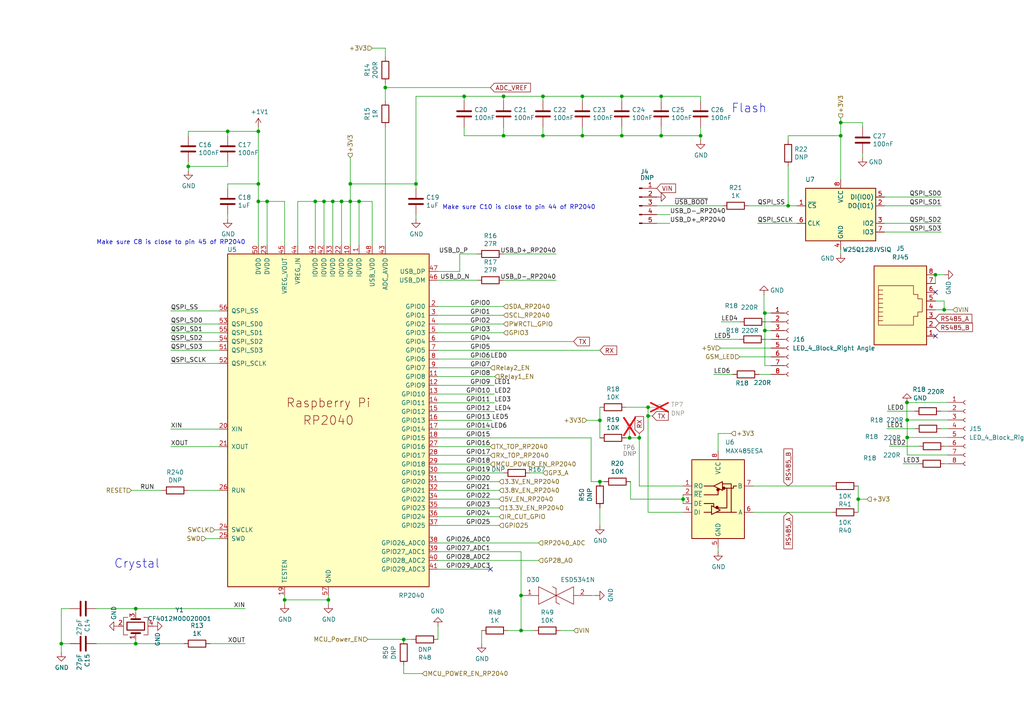
<source format=kicad_sch>
(kicad_sch (version 20231120) (generator "eeschema") (generator_version "8.0")
  (paper "A4")
  (lib_symbols
    (symbol "Connector:Conn_01x05_Male" (pin_names (offset 1.016) hide)
      (property "Reference" "J" (at 0 7.62 0))
      (property "Value" "Conn_01x05_Male" (at 0 -7.62 0))
      (symbol "Conn_01x05_Male_1_1"
        (pin passive line (at 5.08 5.08 180) (length 3.81) (name "Pin_1") (number "1"))
        (pin passive line (at 5.08 2.54 180) (length 3.81) (name "Pin_2") (number "2"))
        (pin passive line (at 5.08 0 180) (length 3.81) (name "Pin_3") (number "3"))
        (pin passive line (at 5.08 -2.54 180) (length 3.81) (name "Pin_4") (number "4"))
        (pin passive line (at 5.08 -5.08 180) (length 3.81) (name "Pin_5") (number "5"))
      )
    )
    (symbol "Connector:Conn_01x08_Socket" (pin_names (offset 1.016) hide)
      (property "Reference" "J" (at 0 10.16 0))
      (property "Value" "Conn_01x08_Socket" (at 0 -12.7 0))
      (symbol "Conn_01x08_Socket_1_1"
        (pin passive line (at -5.08 7.62 0) (length 3.81) (name "Pin_1") (number "1"))
        (pin passive line (at -5.08 5.08 0) (length 3.81) (name "Pin_2") (number "2"))
        (pin passive line (at -5.08 2.54 0) (length 3.81) (name "Pin_3") (number "3"))
        (pin passive line (at -5.08 0 0) (length 3.81) (name "Pin_4") (number "4"))
        (pin passive line (at -5.08 -2.54 0) (length 3.81) (name "Pin_5") (number "5"))
        (pin passive line (at -5.08 -5.08 0) (length 3.81) (name "Pin_6") (number "6"))
        (pin passive line (at -5.08 -7.62 0) (length 3.81) (name "Pin_7") (number "7"))
        (pin passive line (at -5.08 -10.16 0) (length 3.81) (name "Pin_8") (number "8"))
      )
    )
    (symbol "Connector:RJ45" (pin_names (offset 1.016))
      (property "Reference" "J" (at -5.08 13.97 0))
      (property "Value" "RJ45" (at 2.54 13.97 0))
      (symbol "RJ45_1_1"
        (pin passive line (at 10.16 -7.62 180) (length 2.54) (name "~") (number "1"))
        (pin passive line (at 10.16 -5.08 180) (length 2.54) (name "~") (number "2"))
        (pin passive line (at 10.16 -2.54 180) (length 2.54) (name "~") (number "3"))
        (pin passive line (at 10.16 0 180) (length 2.54) (name "~") (number "4"))
        (pin passive line (at 10.16 2.54 180) (length 2.54) (name "~") (number "5"))
        (pin passive line (at 10.16 5.08 180) (length 2.54) (name "~") (number "6"))
        (pin passive line (at 10.16 7.62 180) (length 2.54) (name "~") (number "7"))
        (pin passive line (at 10.16 10.16 180) (length 2.54) (name "~") (number "8"))
      )
    )
    (symbol "Connector:TestPoint" (pin_numbers hide) (pin_names (offset 0.762) hide)
      (property "Reference" "TP" (at 0 6.858 0))
      (property "Value" "TestPoint" (at 0 5.08 0))
      (symbol "TestPoint_1_1"
        (pin passive line (at 0 0 90) (length 2.54) (name "1") (number "1"))
      )
    )
    (symbol "Device:C" (pin_numbers hide) (pin_names (offset 0.254))
      (property "Reference" "C" (at 0.635 2.54 0))
      (property "Value" "C" (at 0.635 -2.54 0))
      (symbol "C_1_1"
        (pin passive line (at 0 3.81 270) (length 2.794) (name "~") (number "1"))
        (pin passive line (at 0 -3.81 90) (length 2.794) (name "~") (number "2"))
      )
    )
    (symbol "Device:Crystal_GND24" (pin_names (offset 1.016) hide)
      (property "Reference" "Y" (at 3.175 5.08 0))
      (property "Value" "Crystal_GND24" (at 3.175 3.175 0))
      (symbol "Crystal_GND24_1_1"
        (pin passive line (at -3.81 0 0) (length 1.27) (name "1") (number "1"))
        (pin passive line (at 0 5.08 270) (length 1.27) (name "2") (number "2"))
        (pin passive line (at 3.81 0 180) (length 1.27) (name "3") (number "3"))
        (pin passive line (at 0 -5.08 90) (length 1.27) (name "4") (number "4"))
      )
    )
    (symbol "Device:R" (pin_numbers hide) (pin_names (offset 0))
      (property "Reference" "R" (at 2.032 0 90))
      (property "Value" "R" (at 0 0 90))
      (symbol "R_1_1"
        (pin passive line (at 0 3.81 270) (length 1.27) (name "~") (number "1"))
        (pin passive line (at 0 -3.81 90) (length 1.27) (name "~") (number "2"))
      )
    )
    (symbol "Interface_UART:MAX485E"
      (property "Reference" "U" (at -6.096 11.43 0))
      (property "Value" "MAX485E" (at 0.762 11.43 0))
      (symbol "MAX485E_1_1"
        (pin output line (at -10.16 2.54 0) (length 2.54) (name "RO") (number "1"))
        (pin input line (at -10.16 0 0) (length 2.54) (name "~{RE}") (number "2"))
        (pin input line (at -10.16 -2.54 0) (length 2.54) (name "DE") (number "3"))
        (pin input line (at -10.16 -5.08 0) (length 2.54) (name "DI") (number "4"))
        (pin power_in line (at 0 -15.24 90) (length 2.54) (name "GND") (number "5"))
        (pin bidirectional line (at 10.16 -5.08 180) (length 2.54) (name "A") (number "6"))
        (pin bidirectional line (at 10.16 2.54 180) (length 2.54) (name "B") (number "7"))
        (pin power_in line (at 0 12.7 270) (length 2.54) (name "VCC") (number "8"))
      )
    )
    (symbol "MCU_RaspberryPi_RP2040:RP2040" (pin_names (offset 1.016))
      (property "Reference" "U" (at -29.21 49.53 0))
      (property "Value" "RP2040" (at 24.13 -49.53 0))
      (symbol "RP2040_0_0"
        (text "Raspberry Pi" (at 0 5.08 0) (effects (font (size 2.54 2.54))))
        (text "RP2040" (at 0 0 0) (effects (font (size 2.54 2.54))))
      )
      (symbol "RP2040_1_1"
        (pin power_in line (at 8.89 50.8 270) (length 2.54) (name "IOVDD") (number "1"))
        (pin power_in line (at 6.35 50.8 270) (length 2.54) (name "IOVDD") (number "10"))
        (pin bidirectional line (at 31.75 12.7 180) (length 2.54) (name "GPIO8") (number "11"))
        (pin bidirectional line (at 31.75 10.16 180) (length 2.54) (name "GPIO9") (number "12"))
        (pin bidirectional line (at 31.75 7.62 180) (length 2.54) (name "GPIO10") (number "13"))
        (pin bidirectional line (at 31.75 5.08 180) (length 2.54) (name "GPIO11") (number "14"))
        (pin bidirectional line (at 31.75 2.54 180) (length 2.54) (name "GPIO12") (number "15"))
        (pin bidirectional line (at 31.75 0 180) (length 2.54) (name "GPIO13") (number "16"))
        (pin bidirectional line (at 31.75 -2.54 180) (length 2.54) (name "GPIO14") (number "17"))
        (pin bidirectional line (at 31.75 -5.08 180) (length 2.54) (name "GPIO15") (number "18"))
        (pin passive line (at -12.7 -50.8 90) (length 2.54) (name "TESTEN") (number "19"))
        (pin bidirectional line (at 31.75 33.02 180) (length 2.54) (name "GPIO0") (number "2"))
        (pin input line (at -31.75 -2.54 0) (length 2.54) (name "XIN") (number "20"))
        (pin passive line (at -31.75 -7.62 0) (length 2.54) (name "XOUT") (number "21"))
        (pin power_in line (at 3.81 50.8 270) (length 2.54) (name "IOVDD") (number "22"))
        (pin power_in line (at -17.78 50.8 270) (length 2.54) (name "DVDD") (number "23"))
        (pin output line (at -31.75 -31.75 0) (length 2.54) (name "SWCLK") (number "24"))
        (pin bidirectional line (at -31.75 -34.29 0) (length 2.54) (name "SWD") (number "25"))
        (pin input line (at -31.75 -20.32 0) (length 2.54) (name "RUN") (number "26"))
        (pin bidirectional line (at 31.75 -7.62 180) (length 2.54) (name "GPIO16") (number "27"))
        (pin bidirectional line (at 31.75 -10.16 180) (length 2.54) (name "GPIO17") (number "28"))
        (pin bidirectional line (at 31.75 -12.7 180) (length 2.54) (name "GPIO18") (number "29"))
        (pin bidirectional line (at 31.75 30.48 180) (length 2.54) (name "GPIO1") (number "3"))
        (pin bidirectional line (at 31.75 -15.24 180) (length 2.54) (name "GPIO19") (number "30"))
        (pin bidirectional line (at 31.75 -17.78 180) (length 2.54) (name "GPIO20") (number "31"))
        (pin bidirectional line (at 31.75 -20.32 180) (length 2.54) (name "GPIO21") (number "32"))
        (pin power_in line (at 1.27 50.8 270) (length 2.54) (name "IOVDD") (number "33"))
        (pin bidirectional line (at 31.75 -22.86 180) (length 2.54) (name "GPIO22") (number "34"))
        (pin bidirectional line (at 31.75 -25.4 180) (length 2.54) (name "GPIO23") (number "35"))
        (pin bidirectional line (at 31.75 -27.94 180) (length 2.54) (name "GPIO24") (number "36"))
        (pin bidirectional line (at 31.75 -30.48 180) (length 2.54) (name "GPIO25") (number "37"))
        (pin bidirectional line (at 31.75 -35.56 180) (length 2.54) (name "GPIO26_ADC0") (number "38"))
        (pin bidirectional line (at 31.75 -38.1 180) (length 2.54) (name "GPIO27_ADC1") (number "39"))
        (pin bidirectional line (at 31.75 27.94 180) (length 2.54) (name "GPIO2") (number "4"))
        (pin bidirectional line (at 31.75 -40.64 180) (length 2.54) (name "GPIO28_ADC2") (number "40"))
        (pin bidirectional line (at 31.75 -43.18 180) (length 2.54) (name "GPIO29_ADC3") (number "41"))
        (pin power_in line (at -1.27 50.8 270) (length 2.54) (name "IOVDD") (number "42"))
        (pin power_in line (at 16.51 50.8 270) (length 2.54) (name "ADC_AVDD") (number "43"))
        (pin power_in line (at -8.89 50.8 270) (length 2.54) (name "VREG_IN") (number "44"))
        (pin power_out line (at -12.7 50.8 270) (length 2.54) (name "VREG_VOUT") (number "45"))
        (pin bidirectional line (at 31.75 40.64 180) (length 2.54) (name "USB_DM") (number "46"))
        (pin bidirectional line (at 31.75 43.18 180) (length 2.54) (name "USB_DP") (number "47"))
        (pin power_in line (at 12.7 50.8 270) (length 2.54) (name "USB_VDD") (number "48"))
        (pin power_in line (at -3.81 50.8 270) (length 2.54) (name "IOVDD") (number "49"))
        (pin bidirectional line (at 31.75 25.4 180) (length 2.54) (name "GPIO3") (number "5"))
        (pin power_in line (at -20.32 50.8 270) (length 2.54) (name "DVDD") (number "50"))
        (pin bidirectional line (at -31.75 20.32 0) (length 2.54) (name "QSPI_SD3") (number "51"))
        (pin output line (at -31.75 16.51 0) (length 2.54) (name "QSPI_SCLK") (number "52"))
        (pin bidirectional line (at -31.75 27.94 0) (length 2.54) (name "QSPI_SD0") (number "53"))
        (pin bidirectional line (at -31.75 22.86 0) (length 2.54) (name "QSPI_SD2") (number "54"))
        (pin bidirectional line (at -31.75 25.4 0) (length 2.54) (name "QSPI_SD1") (number "55"))
        (pin bidirectional line (at -31.75 31.75 0) (length 2.54) (name "QSPI_SS") (number "56"))
        (pin power_in line (at 0 -50.8 90) (length 2.54) (name "GND") (number "57"))
        (pin bidirectional line (at 31.75 22.86 180) (length 2.54) (name "GPIO4") (number "6"))
        (pin bidirectional line (at 31.75 20.32 180) (length 2.54) (name "GPIO5") (number "7"))
        (pin bidirectional line (at 31.75 17.78 180) (length 2.54) (name "GPIO6") (number "8"))
        (pin bidirectional line (at 31.75 15.24 180) (length 2.54) (name "GPIO7") (number "9"))
      )
    )
    (symbol "Memory_Flash:W25Q128JVS"
      (property "Reference" "U" (at -8.89 8.89 0))
      (property "Value" "W25Q128JVS" (at 7.62 8.89 0))
      (symbol "W25Q128JVS_1_1"
        (pin input line (at -12.7 2.54 0) (length 2.54) (name "~{CS}") (number "1"))
        (pin bidirectional line (at 12.7 2.54 180) (length 2.54) (name "DO(IO1)") (number "2"))
        (pin bidirectional line (at 12.7 -2.54 180) (length 2.54) (name "IO2") (number "3"))
        (pin power_in line (at 0 -10.16 90) (length 2.54) (name "GND") (number "4"))
        (pin bidirectional line (at 12.7 5.08 180) (length 2.54) (name "DI(IO0)") (number "5"))
        (pin input line (at -12.7 -2.54 0) (length 2.54) (name "CLK") (number "6"))
        (pin bidirectional line (at 12.7 -5.08 180) (length 2.54) (name "IO3") (number "7"))
        (pin power_in line (at 0 10.16 270) (length 2.54) (name "VCC") (number "8"))
      )
    )
    (symbol "SP0402B-ULC-01ETG:SP0402B-ULC-01ETG" (pin_names (offset 0.762))
      (property "Reference" "D" (at 12.7 8.89 0))
      (property "Value" "SP0402B-ULC-01ETG" (at 12.7 6.35 0))
      (symbol "SP0402B-ULC-01ETG_0_0"
        (pin passive line (at 0 0 0) (length 5.08) (name "~") (number "1"))
        (pin passive line (at 20.32 0 180) (length 5.08) (name "~") (number "2"))
      )
    )
    (symbol "power:+1V1" (power) (pin_names (offset 0))
      (property "Value" "+1V1" (at 0 3.556 0))
      (symbol "+1V1_1_1"
        (pin power_in line (at 0 0 90) (length 0) hide (name "+1V1") (number "1"))
      )
    )
    (symbol "power:GND" (power) (pin_names (offset 0))
      (property "Value" "GND" (at 0 -3.81 0))
      (symbol "GND_1_1"
        (pin power_in line (at 0 0 270) (length 0) hide (name "GND") (number "1"))
      )
    )
  )
  (junction (at 111.76 25.4))
  (junction (at 54.61 48.26))
  (junction (at 221.8396 90.8043))
  (junction (at 271.3007 79.6916))
  (junction (at 39.37 186.69))
  (junction (at 151.13 182.88))
  (junction (at 180.34 27.94))
  (junction (at 117.1006 185.4727))
  (junction (at 101.6 58.42))
  (junction (at 263.1254 126.8876))
  (junction (at 273.8407 89.8516))
  (junction (at 95.25 173.99))
  (junction (at 74.93 58.42))
  (junction (at 180.34 39.37))
  (junction (at 151.13 172.72))
  (junction (at 221.8396 95.8843))
  (junction (at 263.1254 121.8163))
  (junction (at 17.78 186.69))
  (junction (at 173.99 139.7))
  (junction (at 263.0568 116.7363))
  (junction (at 104.14 58.42))
  (junction (at 187.96 120.65))
  (junction (at 248.92 144.78))
  (junction (at 39.37 176.53))
  (junction (at 93.98 58.42))
  (junction (at 96.52 58.42))
  (junction (at 82.55 173.99))
  (junction (at 74.93 38.1))
  (junction (at 91.44 58.42))
  (junction (at 168.91 39.37))
  (junction (at 101.6 53.34))
  (junction (at 198.12 144.78))
  (junction (at 182.6119 127))
  (junction (at 134.62 27.94))
  (junction (at 157.48 27.94))
  (junction (at 187.96 118.11))
  (junction (at 228.6 59.69))
  (junction (at 66.04 38.1))
  (junction (at 74.93 53.34))
  (junction (at 99.06 58.42))
  (junction (at 191.77 39.37))
  (junction (at 173.99 121.92))
  (junction (at 120.65 53.34))
  (junction (at 191.77 27.94))
  (junction (at 168.91 27.94))
  (junction (at 77.47 58.42))
  (junction (at 185.42 127))
  (junction (at 146.05 27.94))
  (junction (at 157.48 39.37))
  (junction (at 243.84 39.37))
  (junction (at 243.84 35.56))
  (junction (at 203.2 39.37))
  (junction (at 146.05 39.37))
  (no_connect (at 142.24 165.1))
  (no_connect (at 271.3007 97.4716))
  (no_connect (at 271.3007 84.7716))
  (wire (pts (xy 111.76 36.83) (xy 111.76 71.12)))
  (wire (pts (xy 49.53 124.46) (xy 63.5 124.46)))
  (wire (pts (xy 59.69 156.21) (xy 63.5 156.21)))
  (wire (pts (xy 191.77 39.37) (xy 203.2 39.37)))
  (wire (pts (xy 66.04 53.34) (xy 74.93 53.34)))
  (wire (pts (xy 122.5125 195.3653) (xy 117.1006 195.3653)))
  (wire (pts (xy 127 160.02) (xy 151.13 160.02)))
  (wire (pts (xy 191.77 27.94) (xy 203.2 27.94)))
  (wire (pts (xy 143.1694 119.3787) (xy 143.1694 119.38)))
  (wire (pts (xy 101.6 58.42) (xy 104.14 58.42)))
  (wire (pts (xy 127.039 181.6432) (xy 127.039 185.4532)))
  (wire (pts (xy 180.34 27.94) (xy 191.77 27.94)))
  (wire (pts (xy 142.24 114.3018) (xy 142.24 114.3)))
  (wire (pts (xy 143.4165 119.3774) (xy 143.4234 119.3787)))
  (wire (pts (xy 221.8396 90.8043) (xy 221.8396 95.8843)))
  (wire (pts (xy 142.24 109.2128) (xy 142.24 109.22)))
  (wire (pts (xy 82.55 173.99) (xy 95.25 173.99)))
  (wire (pts (xy 142.24 116.8403) (xy 142.24 116.84)))
  (wire (pts (xy 143.3631 116.8403) (xy 142.24 116.8403)))
  (wire (pts (xy 180.34 39.37) (xy 168.91 39.37)))
  (wire (pts (xy 127 149.86) (xy 144.78 149.86)))
  (wire (pts (xy 39.37 186.69) (xy 53.34 186.69)))
  (wire (pts (xy 142.6874 121.92) (xy 127 121.92)))
  (wire (pts (xy 191.77 29.21) (xy 191.77 27.94)))
  (wire (pts (xy 86.36 58.42) (xy 91.44 58.42)))
  (wire (pts (xy 146.05 27.94) (xy 157.48 27.94)))
  (wire (pts (xy 207.0067 108.5843) (xy 212.5516 108.5843)))
  (wire (pts (xy 54.61 46.99) (xy 54.61 48.26)))
  (wire (pts (xy 228.6 48.26) (xy 228.6 59.69)))
  (wire (pts (xy 127 142.24) (xy 144.78 142.24)))
  (wire (pts (xy 127 104.14) (xy 142.24 104.14)))
  (wire (pts (xy 95.25 173.99) (xy 95.25 175.26)))
  (wire (pts (xy 118.2663 185.4532) (xy 119.419 185.4532)))
  (wire (pts (xy 111.76 13.97) (xy 107.95 13.97)))
  (wire (pts (xy 271.3007 79.6916) (xy 271.3007 82.2316)))
  (wire (pts (xy 185.42 125.73) (xy 185.42 127)))
  (wire (pts (xy 272.8769 119.2612) (xy 274.3404 119.2612)))
  (wire (pts (xy 185.42 127) (xy 185.42 140.97)))
  (wire (pts (xy 127 106.68) (xy 142.24 106.68)))
  (wire (pts (xy 27.94 176.53) (xy 39.37 176.53)))
  (wire (pts (xy 120.65 27.94) (xy 120.65 53.34)))
  (wire (pts (xy 143.3159 111.7647) (xy 142.24 111.7647)))
  (wire (pts (xy 101.6 53.34) (xy 101.6 58.42)))
  (wire (pts (xy 153.67 137.16) (xy 157.48 137.16)))
  (wire (pts (xy 208.9282 100.9521) (xy 208.9282 100.9643)))
  (wire (pts (xy 274.9191 116.7276) (xy 265.8174 116.7276)))
  (wire (pts (xy 60.96 186.69) (xy 71.12 186.69)))
  (wire (pts (xy 274.137 129.4276) (xy 274.9191 129.4276)))
  (wire (pts (xy 194.31 62.23) (xy 190.5 62.23)))
  (wire (pts (xy 127 96.52) (xy 146.05 96.52)))
  (wire (pts (xy 207.1393 98.4253) (xy 207.1393 98.4243)))
  (wire (pts (xy 93.98 58.42) (xy 96.52 58.42)))
  (wire (pts (xy 223.6347 95.8843) (xy 221.8396 95.8843)))
  (wire (pts (xy 212.09 125.73) (xy 208.28 125.73)))
  (wire (pts (xy 157.48 27.94) (xy 168.91 27.94)))
  (wire (pts (xy 194.31 64.77) (xy 190.5 64.77)))
  (wire (pts (xy 248.92 144.78) (xy 248.92 148.59)))
  (wire (pts (xy 66.04 54.61) (xy 66.04 53.34)))
  (wire (pts (xy 74.93 53.34) (xy 74.93 58.42)))
  (wire (pts (xy 20.32 176.53) (xy 17.78 176.53)))
  (wire (pts (xy 273.8407 89.8516) (xy 271.3007 89.8516)))
  (wire (pts (xy 203.2 36.83) (xy 203.2 39.37)))
  (wire (pts (xy 99.06 71.12) (xy 99.06 58.42)))
  (wire (pts (xy 142.24 124.4539) (xy 142.24 124.46)))
  (wire (pts (xy 127 144.78) (xy 144.78 144.78)))
  (wire (pts (xy 263.0381 116.7363) (xy 263.0381 121.8163)))
  (wire (pts (xy 127 127) (xy 171.45 127)))
  (wire (pts (xy 180.34 29.21) (xy 180.34 27.94)))
  (wire (pts (xy 171.45 139.7) (xy 173.99 139.7)))
  (wire (pts (xy 146.05 39.37) (xy 134.62 39.37)))
  (wire (pts (xy 221.8396 95.8843) (xy 221.8396 106.0443)))
  (wire (pts (xy 111.76 16.51) (xy 111.76 13.97)))
  (wire (pts (xy 221.8396 106.0443) (xy 223.6347 106.0443)))
  (wire (pts (xy 143.1694 119.38) (xy 127 119.38)))
  (wire (pts (xy 63.5 90.17) (xy 49.53 90.17)))
  (wire (pts (xy 274.9191 131.9676) (xy 263.1254 131.9676)))
  (wire (pts (xy 111.76 25.4) (xy 142.24 25.4)))
  (wire (pts (xy 207.0067 108.5876) (xy 207.0067 108.5843)))
  (wire (pts (xy 111.76 25.4) (xy 111.76 24.13)))
  (wire (pts (xy 198.12 144.78) (xy 198.12 146.05)))
  (wire (pts (xy 273.8407 89.8516) (xy 276.3807 89.8516)))
  (wire (pts (xy 222.2145 93.3443) (xy 223.6347 93.3443)))
  (wire (pts (xy 208.28 158.75) (xy 208.28 160.02)))
  (wire (pts (xy 209.4507 93.3443) (xy 214.5945 93.3443)))
  (wire (pts (xy 66.04 39.37) (xy 66.04 38.1)))
  (wire (pts (xy 77.47 58.42) (xy 74.93 58.42)))
  (wire (pts (xy 146.05 36.83) (xy 146.05 39.37)))
  (wire (pts (xy 49.53 96.52) (xy 63.5 96.52)))
  (wire (pts (xy 256.54 67.31) (xy 273.05 67.31)))
  (wire (pts (xy 203.2 39.37) (xy 203.2 40.64)))
  (wire (pts (xy 134.62 27.94) (xy 146.05 27.94)))
  (wire (pts (xy 127 81.28) (xy 138.43 81.28)))
  (wire (pts (xy 74.93 58.42) (xy 74.93 71.12)))
  (wire (pts (xy 274.3404 119.2676) (xy 274.9191 119.2676)))
  (wire (pts (xy 127 114.3) (xy 142.24 114.3)))
  (wire (pts (xy 127 162.56) (xy 156.21 162.56)))
  (wire (pts (xy 127 147.32) (xy 144.78 147.32)))
  (wire (pts (xy 180.34 36.83) (xy 180.34 39.37)))
  (wire (pts (xy 107.95 71.12) (xy 107.95 58.42)))
  (wire (pts (xy 134.62 27.94) (xy 120.65 27.94)))
  (wire (pts (xy 168.91 29.21) (xy 168.91 27.94)))
  (wire (pts (xy 146.05 73.66) (xy 161.29 73.66)))
  (wire (pts (xy 203.2 29.21) (xy 203.2 27.94)))
  (wire (pts (xy 221.586 85.4822) (xy 221.586 90.8043)))
  (wire (pts (xy 120.65 62.23) (xy 120.65 63.5)))
  (wire (pts (xy 101.6 53.34) (xy 101.6 45.72)))
  (wire (pts (xy 49.53 101.6) (xy 63.5 101.6)))
  (wire (pts (xy 218.44 140.97) (xy 241.3 140.97)))
  (wire (pts (xy 181.61 127) (xy 182.6119 127)))
  (wire (pts (xy 77.47 71.12) (xy 77.47 58.42)))
  (wire (pts (xy 20.32 186.69) (xy 17.78 186.69)))
  (wire (pts (xy 127 99.06) (xy 166.37 99.06)))
  (wire (pts (xy 49.53 99.06) (xy 63.5 99.06)))
  (wire (pts (xy 127 91.44) (xy 146.05 91.44)))
  (wire (pts (xy 166.37 182.88) (xy 162.56 182.88)))
  (wire (pts (xy 127 88.9) (xy 146.05 88.9)))
  (wire (pts (xy 82.55 71.12) (xy 82.55 58.42)))
  (wire (pts (xy 208.9282 100.9643) (xy 223.6347 100.9643)))
  (wire (pts (xy 101.6 53.34) (xy 120.65 53.34)))
  (wire (pts (xy 191.77 36.83) (xy 191.77 39.37)))
  (wire (pts (xy 223.6347 90.8043) (xy 221.8396 90.8043)))
  (wire (pts (xy 228.6 39.37) (xy 243.84 39.37)))
  (wire (pts (xy 187.96 120.65) (xy 189.23 120.65)))
  (wire (pts (xy 151.13 160.02) (xy 151.13 172.72)))
  (wire (pts (xy 173.99 121.92) (xy 173.99 127)))
  (wire (pts (xy 265.8174 116.7363) (xy 263.0568 116.7363)))
  (wire (pts (xy 147.32 182.88) (xy 151.13 182.88)))
  (wire (pts (xy 214.5582 103.477) (xy 214.5582 103.5043)))
  (wire (pts (xy 104.14 58.42) (xy 104.14 71.12)))
  (wire (pts (xy 217.17 59.69) (xy 228.6 59.69)))
  (wire (pts (xy 263.1254 121.8163) (xy 263.1254 126.8876)))
  (wire (pts (xy 63.5 129.54) (xy 49.53 129.54)))
  (wire (pts (xy 257.3361 119.2612) (xy 265.2569 119.2612)))
  (wire (pts (xy 104.14 58.42) (xy 107.95 58.42)))
  (wire (pts (xy 106.68 185.42) (xy 116.1625 185.42)))
  (wire (pts (xy 111.76 25.4) (xy 111.76 29.21)))
  (wire (pts (xy 263.0568 116.7363) (xy 263.0381 116.7363)))
  (wire (pts (xy 86.36 71.12) (xy 86.36 58.42)))
  (wire (pts (xy 118.2663 185.4727) (xy 118.2663 185.4532)))
  (wire (pts (xy 74.93 36.83) (xy 74.93 38.1)))
  (wire (pts (xy 182.6119 127) (xy 185.42 127)))
  (wire (pts (xy 142.24 111.7647) (xy 142.24 111.76)))
  (wire (pts (xy 198.12 140.97) (xy 185.42 140.97)))
  (wire (pts (xy 243.84 39.37) (xy 243.84 52.07)))
  (wire (pts (xy 172.72 172.72) (xy 171.45 172.72)))
  (wire (pts (xy 127 116.84) (xy 142.24 116.84)))
  (wire (pts (xy 54.61 48.26) (xy 54.61 49.53)))
  (wire (pts (xy 187.96 120.65) (xy 187.96 118.11)))
  (wire (pts (xy 74.93 38.1) (xy 74.93 53.34)))
  (wire (pts (xy 187.96 118.11) (xy 181.61 118.11)))
  (wire (pts (xy 117.1006 185.4727) (xy 118.2663 185.4727)))
  (wire (pts (xy 272.9551 124.3476) (xy 274.9191 124.3476)))
  (wire (pts (xy 198.12 148.59) (xy 187.96 148.59)))
  (wire (pts (xy 170.18 121.92) (xy 173.99 121.92)))
  (wire (pts (xy 273.8407 87.3116) (xy 271.3007 87.3116)))
  (wire (pts (xy 173.99 139.7) (xy 175.26 139.7)))
  (wire (pts (xy 127 139.7) (xy 144.78 139.7)))
  (wire (pts (xy 133.35 73.66) (xy 138.43 73.66)))
  (wire (pts (xy 82.55 172.72) (xy 82.55 173.99)))
  (wire (pts (xy 221.586 90.8043) (xy 221.8396 90.8043)))
  (wire (pts (xy 82.55 173.99) (xy 82.55 175.26)))
  (wire (pts (xy 17.78 186.69) (xy 17.78 189.23)))
  (wire (pts (xy 182.88 144.78) (xy 182.88 139.7)))
  (wire (pts (xy 127 132.08) (xy 142.24 132.08)))
  (wire (pts (xy 127 157.48) (xy 156.21 157.48)))
  (wire (pts (xy 187.96 148.59) (xy 187.96 120.65)))
  (wire (pts (xy 134.62 36.83) (xy 134.62 39.37)))
  (wire (pts (xy 143.3693 114.3018) (xy 142.24 114.3018)))
  (wire (pts (xy 146.05 29.21) (xy 146.05 27.94)))
  (wire (pts (xy 139.7 186.69) (xy 139.7 182.88)))
  (wire (pts (xy 63.5 105.41) (xy 49.53 105.41)))
  (wire (pts (xy 27.94 186.69) (xy 39.37 186.69)))
  (wire (pts (xy 95.25 172.72) (xy 95.25 173.99)))
  (wire (pts (xy 17.78 176.53) (xy 17.78 186.69)))
  (wire (pts (xy 191.77 39.37) (xy 180.34 39.37)))
  (wire (pts (xy 54.61 142.24) (xy 63.5 142.24)))
  (wire (pts (xy 99.06 58.42) (xy 101.6 58.42)))
  (wire (pts (xy 66.04 38.1) (xy 74.93 38.1)))
  (wire (pts (xy 198.12 144.78) (xy 182.88 144.78)))
  (wire (pts (xy 228.6 40.64) (xy 228.6 39.37)))
  (wire (pts (xy 256.54 59.69) (xy 273.05 59.69)))
  (wire (pts (xy 127 152.4) (xy 144.78 152.4)))
  (wire (pts (xy 96.52 71.12) (xy 96.52 58.42)))
  (wire (pts (xy 250.19 44.45) (xy 250.19 45.72)))
  (wire (pts (xy 117.1006 195.3653) (xy 117.1006 193.0927)))
  (wire (pts (xy 133.35 73.66) (xy 133.35 78.74)))
  (wire (pts (xy 256.54 57.15) (xy 273.05 57.15)))
  (wire (pts (xy 248.92 140.97) (xy 248.92 144.78)))
  (wire (pts (xy 261.92 134.5076) (xy 266.4376 134.5076)))
  (wire (pts (xy 173.99 152.4) (xy 173.99 147.32)))
  (wire (pts (xy 116.1625 185.42) (xy 116.1625 185.4727)))
  (wire (pts (xy 116.1625 185.4727) (xy 117.1006 185.4727)))
  (wire (pts (xy 263.1254 126.8876) (xy 263.1254 131.9676)))
  (wire (pts (xy 273.8407 89.8516) (xy 273.8407 87.3116)))
  (wire (pts (xy 127 93.98) (xy 146.05 93.98)))
  (wire (pts (xy 134.62 29.21) (xy 134.62 27.94)))
  (wire (pts (xy 49.53 93.98) (xy 63.5 93.98)))
  (wire (pts (xy 274.0576 134.5076) (xy 274.9191 134.5076)))
  (wire (pts (xy 273.8407 79.6916) (xy 271.3007 79.6916)))
  (wire (pts (xy 190.5 59.69) (xy 209.55 59.69)))
  (wire (pts (xy 257.238 124.3476) (xy 265.3351 124.3476)))
  (wire (pts (xy 127 109.22) (xy 142.24 109.22)))
  (wire (pts (xy 157.48 39.37) (xy 146.05 39.37)))
  (wire (pts (xy 257.9018 129.4276) (xy 266.517 129.4276)))
  (wire (pts (xy 54.61 38.1) (xy 66.04 38.1)))
  (wire (pts (xy 157.48 36.83) (xy 157.48 39.37)))
  (wire (pts (xy 127 129.54) (xy 142.24 129.54)))
  (wire (pts (xy 54.61 48.26) (xy 66.04 48.26)))
  (wire (pts (xy 127 111.76) (xy 142.24 111.76)))
  (wire (pts (xy 91.44 71.12) (xy 91.44 58.42)))
  (wire (pts (xy 93.98 71.12) (xy 93.98 58.42)))
  (wire (pts (xy 62.23 153.67) (xy 63.5 153.67)))
  (wire (pts (xy 127 165.1) (xy 142.24 165.1)))
  (wire (pts (xy 38.1 142.24) (xy 46.99 142.24)))
  (wire (pts (xy 243.84 35.56) (xy 243.84 39.37)))
  (wire (pts (xy 127 134.62) (xy 142.24 134.62)))
  (wire (pts (xy 82.55 58.42) (xy 77.47 58.42)))
  (wire (pts (xy 173.99 118.11) (xy 173.99 121.92)))
  (wire (pts (xy 127 78.74) (xy 133.35 78.74)))
  (wire (pts (xy 171.45 139.7) (xy 171.45 127)))
  (wire (pts (xy 143.4918 109.2128) (xy 142.24 109.2128)))
  (wire (pts (xy 274.9191 126.8876) (xy 263.1254 126.8876)))
  (wire (pts (xy 168.91 39.37) (xy 157.48 39.37)))
  (wire (pts (xy 66.04 48.26) (xy 66.04 46.99)))
  (wire (pts (xy 222.0746 98.4243) (xy 223.6347 98.4243)))
  (wire (pts (xy 243.84 34.29) (xy 243.84 35.56)))
  (wire (pts (xy 219.71 64.77) (xy 231.14 64.77)))
  (wire (pts (xy 127 124.46) (xy 142.24 124.46)))
  (wire (pts (xy 228.6 59.69) (xy 231.14 59.69)))
  (wire (pts (xy 243.84 72.39) (xy 243.84 73.66)))
  (wire (pts (xy 250.19 36.83) (xy 250.19 35.56)))
  (wire (pts (xy 274.3404 119.2612) (xy 274.3404 119.2676)))
  (wire (pts (xy 151.13 182.88) (xy 154.94 182.88)))
  (wire (pts (xy 207.1393 98.4243) (xy 214.4546 98.4243)))
  (wire (pts (xy 66.04 62.23) (xy 66.04 63.5)))
  (wire (pts (xy 263.0381 121.8163) (xy 263.1254 121.8163)))
  (wire (pts (xy 263.1254 121.8076) (xy 263.1254 121.8163)))
  (wire (pts (xy 220.1716 108.5843) (xy 223.6347 108.5843)))
  (wire (pts (xy 265.8174 116.7276) (xy 265.8174 116.7363)))
  (wire (pts (xy 218.44 148.59) (xy 241.3 148.59)))
  (wire (pts (xy 39.37 177.8) (xy 39.37 176.53)))
  (wire (pts (xy 101.6 71.12) (xy 101.6 58.42)))
  (wire (pts (xy 39.37 176.53) (xy 71.12 176.53)))
  (wire (pts (xy 263.1254 121.8076) (xy 274.9191 121.8076)))
  (wire (pts (xy 39.37 185.42) (xy 39.37 186.69)))
  (wire (pts (xy 143.1694 119.3787) (xy 143.4165 119.3774)))
  (wire (pts (xy 151.13 172.72) (xy 151.13 182.88)))
  (wire (pts (xy 214.5582 103.5043) (xy 223.6347 103.5043)))
  (wire (pts (xy 256.54 64.77) (xy 273.05 64.77)))
  (wire (pts (xy 198.12 143.51) (xy 198.12 144.78)))
  (wire (pts (xy 146.05 81.28) (xy 161.29 81.28)))
  (wire (pts (xy 120.65 54.61) (xy 120.65 53.34)))
  (wire (pts (xy 251.46 144.78) (xy 248.92 144.78)))
  (wire (pts (xy 168.91 27.94) (xy 180.34 27.94)))
  (wire (pts (xy 209.4507 93.3472) (xy 209.4507 93.3443)))
  (wire (pts (xy 91.44 58.42) (xy 93.98 58.42)))
  (wire (pts (xy 127 101.6) (xy 173.99 101.6)))
  (wire (pts (xy 96.52 58.42) (xy 99.06 58.42)))
  (wire (pts (xy 250.19 35.56) (xy 243.84 35.56)))
  (wire (pts (xy 157.48 29.21) (xy 157.48 27.94)))
  (wire (pts (xy 168.91 36.83) (xy 168.91 39.37)))
  (wire (pts (xy 54.61 39.37) (xy 54.61 38.1)))
  (wire (pts (xy 208.28 125.73) (xy 208.28 130.81)))
  (wire (pts (xy 209.1967 93.3472) (xy 209.4507 93.3472)))
  (wire (pts (xy 127 137.16) (xy 146.05 137.16)))
  (text "Make sure C8 is close to pin 45 of RP2040" (at 27.94 71.12 0) (effects (font (size 1.27 1.27)) (justify left bottom)))
  (text "Make sure C10 is close to pin 44 of RP2040" (at 128.27 60.96 0) (effects (font (size 1.27 1.27)) (justify left bottom)))
  (text "Flash" (at 212.09 33.02 0) (effects (font (size 2.54 2.54)) (justify left bottom)))
  (text "Crystal" (at 33.02 165.1 0) (effects (font (size 2.54 2.54)) (justify left bottom)))
  (label "LED3" (at 261.92 134.5076 0))
  (label "USB_D_P" (at 135.7763 73.66 180))
  (label "GPIO22" (at 142.24 144.78 180))
  (label "GPIO17" (at 142.24 132.08 180))
  (label "GPIO9" (at 142.24 111.7647 180))
  (label "XIN" (at 71.12 176.53 180))
  (label "LED3" (at 143.3631 116.8403 0))
  (label "USB_D+_RP2040" (at 161.29 73.66 180))
  (label "GPIO5" (at 142.24 101.6 180))
  (label "GPIO15" (at 142.24 127 180))
  (label "LED4" (at 143.4234 119.3787 0))
  (label "QSPI_SD0" (at 49.53 93.98 0))
  (label "GPIO18" (at 142.24 134.62 180))
  (label "LED2" (at 143.3693 114.3018 0))
  (label "GPIO26_ADC0" (at 142.24 157.48 180))
  (label "GPIO24" (at 142.24 149.86 180))
  (label "QSPI_SD2" (at 49.53 99.06 0))
  (label "GPIO27_ADC1" (at 142.24 160.02 180))
  (label "QSPI_SCLK" (at 219.71 64.77 0))
  (label "LED6" (at 142.24 124.46 0))
  (label "GPIO7" (at 142.24 106.68 180))
  (label "GPIO14" (at 142.24 124.4539 180))
  (label "GPIO3" (at 142.24 96.52 180))
  (label "LED0" (at 142.24 104.14 0))
  (label "GPIO0" (at 142.24 88.9 180))
  (label "LED1" (at 257.238 124.3476 0))
  (label "QSPI_SD3" (at 273.05 67.31 180))
  (label "GPIO11" (at 142.24 116.8403 180))
  (label "LED6" (at 207.0067 108.5876 0))
  (label "QSPI_SD0" (at 273.05 57.15 180))
  (label "USB_D-_RP2040" (at 194.31 62.23 0))
  (label "GPIO4" (at 142.24 99.06 180))
  (label "LED5" (at 142.6874 121.92 0))
  (label "GPIO20" (at 142.24 139.7 180))
  (label "~{USB_BOOT}" (at 195.58 59.69 0))
  (label "GPIO13" (at 142.24 121.92 180))
  (label "LED0" (at 257.3361 119.2612 0))
  (label "GPIO12" (at 142.24 119.38 180))
  (label "GPIO6" (at 142.24 104.14 180))
  (label "LED5" (at 207.1393 98.4253 0))
  (label "GPIO29_ADC3" (at 142.24 165.1 180))
  (label "GPIO1" (at 142.24 91.44 180))
  (label "GPIO28_ADC2" (at 142.24 162.56 180))
  (label "QSPI_SCLK" (at 49.53 105.41 0))
  (label "QSPI_SS" (at 49.53 90.17 0))
  (label "GPIO23" (at 142.24 147.32 180))
  (label "QSPI_SD3" (at 49.53 101.6 0))
  (label "USB_D+_RP2040" (at 194.31 64.77 0))
  (label "LED2" (at 257.9018 129.4276 0))
  (label "LED1" (at 143.3159 111.7647 0))
  (label "RUN" (at 40.64 142.24 0))
  (label "USB_D_N" (at 136.2125 81.28 180))
  (label "GPIO19" (at 142.24 137.16 180))
  (label "GPIO10" (at 142.24 114.3 180))
  (label "QSPI_SD1" (at 273.05 59.69 180))
  (label "QSPI_SD2" (at 273.05 64.77 180))
  (label "GPIO16" (at 142.24 129.54 180))
  (label "XOUT" (at 49.53 129.54 0))
  (label "QSPI_SD1" (at 49.53 96.52 0))
  (label "GPIO8" (at 142.24 109.2128 180))
  (label "XOUT" (at 71.12 186.69 180))
  (label "GPIO25" (at 142.24 152.4 180))
  (label "QSPI_SS" (at 219.71 59.69 0))
  (label "XIN" (at 49.53 124.46 0))
  (label "LED4" (at 209.1967 93.3472 0))
  (label "GPIO21" (at 142.24 142.24 180))
  (label "GPIO2" (at 142.24 93.98 180))
  (label "USB_D-_RP2040" (at 161.29 81.28 180))
  (global_label "RS485_B" (shape input) (at 271.3007 94.9316 0) (property "Intersheetrefs" "${INTERSHEET_REFS}" (effects (hide yes))))
  (global_label "ADC_VREF" (shape input) (at 142.24 25.4 0) (property "Intersheetrefs" "${INTERSHEET_REFS}" (effects (hide yes))))
  (global_label "RS485_A" (shape input) (at 228.6 148.59 270) (property "Intersheetrefs" "${INTERSHEET_REFS}" (effects (hide yes))))
  (global_label "RX" (shape input) (at 173.99 101.6 0) (property "Intersheetrefs" "${INTERSHEET_REFS}" (effects (hide yes))))
  (global_label "RS485_B" (shape input) (at 228.6 140.97 90) (property "Intersheetrefs" "${INTERSHEET_REFS}" (effects (hide yes))))
  (global_label "TX" (shape input) (at 189.23 120.65 0) (property "Intersheetrefs" "${INTERSHEET_REFS}" (effects (hide yes))))
  (global_label "RX" (shape input) (at 185.42 125.73 90) (property "Intersheetrefs" "${INTERSHEET_REFS}" (effects (hide yes))))
  (global_label "VIN" (shape input) (at 190.5 54.61 0) (property "Intersheetrefs" "${INTERSHEET_REFS}" (effects (hide yes))))
  (global_label "TX" (shape input) (at 166.37 99.06 0) (property "Intersheetrefs" "${INTERSHEET_REFS}" (effects (hide yes))))
  (global_label "RS485_A" (shape input) (at 271.3007 92.3916 0) (property "Intersheetrefs" "${INTERSHEET_REFS}" (effects (hide yes))))
  (hierarchical_label "GP3_A" (shape input) (at 157.48 137.16 0))
  (hierarchical_label "+3V3" (shape input) (at 101.6 45.72 90))
  (hierarchical_label "+3V3" (shape input) (at 212.09 125.73 0))
  (hierarchical_label "SCL_RP2040" (shape input) (at 146.05 91.44 0))
  (hierarchical_label "+3V3" (shape input) (at 107.95 13.97 180))
  (hierarchical_label "RP2040_ADC" (shape input) (at 156.21 157.48 0))
  (hierarchical_label "SDA_RP2040" (shape input) (at 146.05 88.9 0))
  (hierarchical_label "VIN" (shape input) (at 276.3807 89.8516 0))
  (hierarchical_label "SWCLK" (shape input) (at 62.23 153.67 180))
  (hierarchical_label "Relay2_EN" (shape input) (at 142.24 106.68 0))
  (hierarchical_label "VIN" (shape input) (at 166.37 182.88 0))
  (hierarchical_label "GPIO25" (shape input) (at 144.78 152.4 0))
  (hierarchical_label "RX_TOP_RP2040" (shape input) (at 142.24 132.08 0))
  (hierarchical_label "5V_EN_RP2040" (shape input) (at 144.78 144.78 0))
  (hierarchical_label "+3V3" (shape input) (at 170.18 121.92 180))
  (hierarchical_label "13.3V_EN_RP2040" (shape input) (at 144.78 147.32 0))
  (hierarchical_label "MCU_Power_EN" (shape input) (at 106.68 185.42 180))
  (hierarchical_label "MCU_POWER_EN_RP2040" (shape input) (at 122.5125 195.3653 0))
  (hierarchical_label "MCU_POWER_EN_RP2040" (shape input) (at 142.24 134.62 0))
  (hierarchical_label "3.3V_EN_RP2040" (shape input) (at 144.78 139.7 0))
  (hierarchical_label "3.8V_EN_RP2040" (shape input) (at 144.78 142.24 0))
  (hierarchical_label "+3V3" (shape input) (at 251.46 144.78 0))
  (hierarchical_label "TX_TOP_RP2040" (shape input) (at 142.24 129.54 0))
  (hierarchical_label "SWD" (shape input) (at 59.69 156.21 180))
  (hierarchical_label "PWRCTL_GPIO" (shape input) (at 146.05 93.98 0))
  (hierarchical_label "GSM_LED" (shape input) (at 214.5582 103.477 180))
  (hierarchical_label "IR_CUT_GPIO" (shape input) (at 144.78 149.86 0))
  (hierarchical_label "GPIO3" (shape input) (at 146.05 96.52 0))
  (hierarchical_label "+5V" (shape input) (at 208.9282 100.9521 180))
  (hierarchical_label "+3V3" (shape input) (at 243.84 34.29 90))
  (hierarchical_label "RESET" (shape input) (at 38.1 142.24 180))
  (hierarchical_label "GP28_AO" (shape input) (at 156.21 162.56 0))
  (hierarchical_label "Relay1_EN" (shape input) (at 143.4918 109.2128 0))
  (symbol (lib_id "Device:R") (at 57.15 186.69 270) (unit 1)
    (property "Reference" "R13" (at 57.15 181.4322 90))
    (property "Value" "1K" (at 57.15 183.7436 90))
    (property "Footprint" "Resistor_SMD:R_0603_1608Metric" (effects (hide yes)))
    (property "MPN" "0603WAF1001T5E" (effects (hide yes)))
  )
  (symbol (lib_id "Device:C") (at 24.13 186.69 270) (unit 1)
    (property "Reference" "C15" (at 25.2984 189.611 0) (effects (justify left)))
    (property "Value" "27pF" (at 22.987 189.611 0) (effects (justify left)))
    (property "Footprint" "Capacitor_SMD:C_0603_1608Metric" (effects (hide yes)))
    (property "MPN" "0603CG270J500NT" (effects (hide yes)))
  )
  (symbol (lib_id "Device:C") (at 24.13 176.53 270) (unit 1)
    (property "Reference" "C14" (at 25.2984 179.451 0) (effects (justify left)))
    (property "Value" "27pF" (at 22.987 179.451 0) (effects (justify left)))
    (property "Footprint" "Capacitor_SMD:C_0603_1608Metric" (effects (hide yes)))
    (property "MPN" "0603CG270J500NT" (effects (hide yes)))
  )
  (symbol (lib_id "Device:C") (at 191.77 33.02 0) (unit 1)
    (property "Reference" "C25" (at 194.691 31.8516 0) (effects (justify left)))
    (property "Value" "100nF" (at 194.691 34.163 0) (effects (justify left)))
    (property "Footprint" "Capacitor_SMD:C_0402_1005Metric" (effects (hide yes)))
    (property "MPN" "CC0402KRX7R7BB104" (effects (hide yes)))
  )
  (symbol (lib_id "Device:R") (at 269.1451 124.3476 90) (unit 1)
    (property "Reference" "R18" (at 254.2422 121.851 90))
    (property "Value" "220R" (at 259.5396 121.8334 90))
    (property "Footprint" "Resistor_SMD:R_0603_1608Metric" (effects (hide yes)))
    (property "MPN" "0603WAF2200T5E" (effects (hide yes)))
  )
  (symbol (lib_id "Device:R") (at 270.2476 134.5076 90) (unit 1)
    (property "Reference" "R18" (at 252.2744 132.8663 90))
    (property "Value" "220R" (at 258.6591 132.0151 90))
    (property "Footprint" "Resistor_SMD:R_0603_1608Metric" (effects (hide yes)))
    (property "MPN" "0603WAF2200T5E" (effects (hide yes)))
  )
  (symbol (lib_id "power:GND") (at 17.78 189.23 0) (unit 1)
    (property "Reference" "#PWR0135" (effects (hide yes)))
    (property "Value" "GND" (at 17.907 193.6242 0))
  )
  (symbol (lib_id "Device:R") (at 142.24 73.66 270) (unit 1)
    (property "Reference" "R16" (at 142.24 68.4022 90))
    (property "Value" "27R" (at 142.24 70.7136 90))
    (property "Footprint" "Resistor_SMD:R_0603_1608Metric" (effects (hide yes)))
    (property "MPN" "0603WAF270JT5E" (effects (hide yes)))
  )
  (symbol (lib_id "SP0402B-ULC-01ETG:SP0402B-ULC-01ETG") (at 151.13 172.72 0) (unit 1)
    (property "Reference" "D30" (at 152.654 168.148 0) (effects (justify left)))
    (property "Value" "ESD5341N" (at 162.56 168.148 0) (effects (justify left)))
    (property "Footprint" "ESD5341N:ESD5341N" (effects (hide yes)))
    (property "Datasheet" "https://www.mouser.com/datasheet/2/240/Littelfuse_TVS_Diode_Array_Ultra_Low_Capacitance_D-1021420.pdf" (effects (hide yes)))
    (property "Description" "ESD Suppressors / TVS Diodes 5V .13pF 20kV" (effects (hide yes)))
    (property "Manufacturer_Name" "LITTELFUSE" (effects (hide yes)))
    (property "Manufacturer_Part_Number" "SP0402B-ULC-01ETG" (effects (hide yes)))
    (property "Mouser Part Number" "576-SP0402BULC-01ETG" (effects (hide yes)))
    (property "Mouser Price/Stock" "https://www.mouser.co.uk/ProductDetail/Littelfuse/SP0402B-ULC-01ETG?qs=lM4gFlnEeENx4cnTNlk34g%3D%3D" (effects (hide yes)))
    (property "Arrow Part Number" "SP0402B-ULC-01ETG" (effects (hide yes)))
    (property "Arrow Price/Stock" "https://www.arrow.com/en/products/sp0402b-ulc-01etg/littelfuse?region=nac" (effects (hide yes)))
    (property "MPN" "ESD5341N" (effects (hide yes)))
  )
  (symbol (lib_id "Device:R") (at 216.3616 108.5843 90) (unit 1)
    (property "Reference" "R18" (at 215.2391 111.1275 90))
    (property "Value" "220R" (at 221.1324 110.998 90))
    (property "Footprint" "Resistor_SMD:R_0603_1608Metric" (effects (hide yes)))
    (property "MPN" "0603WAF2200T5E" (effects (hide yes)))
  )
  (symbol (lib_id "Device:C") (at 120.65 58.42 0) (unit 1)
    (property "Reference" "C19" (at 123.571 57.2516 0) (effects (justify left)))
    (property "Value" "1uF" (at 123.571 59.563 0) (effects (justify left)))
    (property "Footprint" "Capacitor_SMD:C_0603_1608Metric" (effects (hide yes)))
    (property "MPN" "CL10A105KB8NNNC" (effects (hide yes)))
  )
  (symbol (lib_id "power:GND") (at 95.25 175.26 0) (unit 1)
    (property "Reference" "#PWR0131" (effects (hide yes)))
    (property "Value" "GND" (at 95.377 179.6542 0))
  )
  (symbol (lib_id "power:GND") (at 221.586 85.4822 180) (unit 1)
    (property "Reference" "#PWR0114" (effects (hide yes)))
    (property "Value" "GND" (at 225.396 84.2122 0))
  )
  (symbol (lib_id "Device:R") (at 218.2646 98.4243 90) (unit 1)
    (property "Reference" "R18" (at 212.4312 95.8593 90))
    (property "Value" "220R" (at 217.5236 95.9021 90))
    (property "Footprint" "Resistor_SMD:R_0603_1608Metric" (effects (hide yes)))
    (property "MPN" "0603WAF2200T5E" (effects (hide yes)))
  )
  (symbol (lib_id "Device:R") (at 142.24 81.28 270) (unit 1)
    (property "Reference" "R17" (at 142.24 76.0222 90))
    (property "Value" "27R" (at 142.24 78.3336 90))
    (property "Footprint" "Resistor_SMD:R_0603_1608Metric" (effects (hide yes)))
    (property "MPN" "0603WAF270JT5E" (effects (hide yes)))
  )
  (symbol (lib_id "Device:R") (at 173.99 143.51 0) (unit 1)
    (property "Reference" "R50" (at 168.7322 143.51 90))
    (property "Value" "DNP" (at 171.0436 143.51 90))
    (property "Footprint" "Resistor_SMD:R_0603_1608Metric" (effects (hide yes)))
  )
  (symbol (lib_id "power:GND") (at 139.7 186.69 0) (unit 1)
    (property "Reference" "#PWR0174" (effects (hide yes)))
    (property "Value" "GND" (at 139.827 191.0842 0))
  )
  (symbol (lib_id "power:GND") (at 54.61 49.53 0) (unit 1)
    (property "Reference" "#PWR0128" (effects (hide yes)))
    (property "Value" "GND" (at 54.737 53.9242 0))
  )
  (symbol (lib_id "Device:C") (at 180.34 33.02 0) (unit 1)
    (property "Reference" "C24" (at 183.261 31.8516 0) (effects (justify left)))
    (property "Value" "100nF" (at 183.261 34.163 0) (effects (justify left)))
    (property "Footprint" "Capacitor_SMD:C_0402_1005Metric" (effects (hide yes)))
    (property "MPN" "CC0402KRX7R7BB104" (effects (hide yes)))
  )
  (symbol (lib_id "Device:C") (at 134.62 33.02 0) (unit 1)
    (property "Reference" "C20" (at 137.541 31.8516 0) (effects (justify left)))
    (property "Value" "100nF" (at 137.541 34.163 0) (effects (justify left)))
    (property "Footprint" "Capacitor_SMD:C_0402_1005Metric" (effects (hide yes)))
    (property "MPN" "CC0402KRX7R7BB104" (effects (hide yes)))
  )
  (symbol (lib_id "Device:R") (at 177.8 127 270) (unit 1)
    (property "Reference" "R19" (at 177.8 121.7422 90))
    (property "Value" "10K" (at 177.8 124.0536 90))
    (property "Footprint" "Resistor_SMD:R_0603_1608Metric" (effects (hide yes)))
    (property "MPN" "0603WAF1002T5E" (effects (hide yes)))
  )
  (symbol (lib_id "Memory_Flash:W25Q128JVS") (at 243.84 62.23 0) (unit 1)
    (property "Reference" "U7" (at 234.95 52.07 0))
    (property "Value" "W25Q128JVSIQ" (at 251.46 72.39 0))
    (property "Footprint" "Package_SO:SOIC-8_5.23x5.23mm_P1.27mm" (effects (hide yes)))
    (property "Datasheet" "http://www.winbond.com/resource-files/w25q128jv_dtr%20revc%2003272018%20plus.pdf" (effects (hide yes)))
    (property "MPN" "W25Q128JVSIQ" (effects (hide yes)))
  )
  (symbol (lib_id "power:GND") (at 173.99 152.4 0) (unit 1)
    (property "Reference" "#PWR0175" (effects (hide yes)))
    (property "Value" "GND" (at 174.117 156.7942 0))
  )
  (symbol (lib_id "Device:C") (at 146.05 33.02 0) (unit 1)
    (property "Reference" "C21" (at 148.971 31.8516 0) (effects (justify left)))
    (property "Value" "100nF" (at 148.971 34.163 0) (effects (justify left)))
    (property "Footprint" "Capacitor_SMD:C_0402_1005Metric" (effects (hide yes)))
    (property "MPN" "CC0402KRX7R7BB104" (effects (hide yes)))
  )
  (symbol (lib_id "power:GND") (at 127.039 181.6432 180) (unit 1)
    (property "Reference" "#PWR0174" (effects (hide yes)))
    (property "Value" "GND" (at 126.912 177.249 0))
  )
  (symbol (lib_id "Device:R") (at 143.51 182.88 270) (unit 1)
    (property "Reference" "R48" (at 143.51 177.6222 90))
    (property "Value" "1K" (at 143.51 179.9336 90))
    (property "Footprint" "Resistor_SMD:R_0603_1608Metric" (effects (hide yes)))
    (property "MPN" "0603WAF1001T5E" (effects (hide yes)))
  )
  (symbol (lib_id "power:GND") (at 34.29 181.61 270) (unit 1)
    (property "Reference" "#PWR0133" (effects (hide yes)))
    (property "Value" "GND" (at 33.02 177.8 0))
  )
  (symbol (lib_id "Connector:Conn_01x05_Male") (at 185.42 59.69 0) (unit 1)
    (property "Reference" "J4" (at 186.944 49.784 0))
    (property "Value" "DNP" (at 187.706 51.562 0))
    (property "Footprint" "Connector_PinSocket_2.00mm:PinSocket_1x05_P2.00mm_Vertical" (effects (hide yes)))
  )
  (symbol (lib_id "Device:R") (at 228.6 44.45 0) (unit 1)
    (property "Reference" "R22" (at 230.378 43.2816 0) (effects (justify left)))
    (property "Value" "DNP" (at 230.378 45.593 0) (effects (justify left)))
    (property "Footprint" "Resistor_SMD:R_0603_1608Metric" (effects (hide yes)))
  )
  (symbol (lib_id "power:GND") (at 273.8407 79.6916 90) (unit 1)
    (property "Reference" "#PWR0114" (effects (hide yes)))
    (property "Value" "GND" (at 275.1107 83.5016 0))
  )
  (symbol (lib_id "Device:R") (at 50.8 142.24 270) (unit 1)
    (property "Reference" "R240" (at 50.8 136.9822 90))
    (property "Value" "DNP" (at 50.8 139.2936 90))
    (property "Footprint" "Resistor_SMD:R_0603_1608Metric" (effects (hide yes)))
  )
  (symbol (lib_id "Device:R") (at 158.75 182.88 270) (unit 1)
    (property "Reference" "R49" (at 158.75 177.6222 90))
    (property "Value" "10K" (at 158.75 179.9336 90))
    (property "Footprint" "Resistor_SMD:R_0603_1608Metric" (effects (hide yes)))
    (property "MPN" "0603WAF1002T5E" (effects (hide yes)))
  )
  (symbol (lib_id "Device:R") (at 149.86 137.16 90) (unit 1)
    (property "Reference" "R167" (at 155.702 136.144 90))
    (property "Value" "DNP" (at 144.526 136.144 90))
    (property "Footprint" "Resistor_SMD:R_0603_1608Metric" (effects (hide yes)))
    (property "Description" "Resistor" (effects (hide yes)))
  )
  (symbol (lib_id "Connector:RJ45") (at 261.1407 89.8516 0) (unit 1)
    (property "Reference" "J5" (at 261.1407 72.0716 0))
    (property "Value" "RJ45" (at 261.1407 74.6116 0))
    (property "Footprint" "Connector_RJ:RJ45_Amphenol_54602-x08_Horizontal" (effects (hide yes)))
    (property "MPN" "黑色 RJ45 8P" (effects (hide yes)))
  )
  (symbol (lib_id "Device:R") (at 245.11 148.59 90) (unit 1)
    (property "Reference" "R40" (at 245.11 153.8478 90))
    (property "Value" "10K" (at 245.11 151.5364 90))
    (property "Footprint" "Resistor_SMD:R_0603_1608Metric" (effects (hide yes)))
    (property "MPN" "0603WAF1002T5E" (effects (hide yes)))
  )
  (symbol (lib_id "Device:R") (at 111.76 20.32 0) (unit 1)
    (property "Reference" "R14" (at 106.5022 20.32 90))
    (property "Value" "200R" (at 108.8136 20.32 90))
    (property "Footprint" "Resistor_SMD:R_0603_1608Metric" (effects (hide yes)))
    (property "MPN" "0603WAF2000T5E" (effects (hide yes)))
  )
  (symbol (lib_id "Device:C") (at 203.2 33.02 0) (unit 1)
    (property "Reference" "C26" (at 206.121 31.8516 0) (effects (justify left)))
    (property "Value" "100nF" (at 206.121 34.163 0) (effects (justify left)))
    (property "Footprint" "Capacitor_SMD:C_0402_1005Metric" (effects (hide yes)))
    (property "MPN" "CC0402KRX7R7BB104" (effects (hide yes)))
  )
  (symbol (lib_id "Device:C") (at 66.04 43.18 0) (unit 1)
    (property "Reference" "C17" (at 68.961 42.0116 0) (effects (justify left)))
    (property "Value" "100nF" (at 68.961 44.323 0) (effects (justify left)))
    (property "Footprint" "Capacitor_SMD:C_0402_1005Metric" (effects (hide yes)))
    (property "MPN" "CC0402KRX7R7BB104" (effects (hide yes)))
  )
  (symbol (lib_id "MCU_RaspberryPi_RP2040:RP2040") (at 95.25 121.92 0) (unit 1)
    (property "Reference" "U5" (at 67.31 72.39 0))
    (property "Value" "RP2040" (at 119.38 172.72 0))
    (property "Footprint" "RP2040_minimal:RP2040-QFN-56" (effects (hide yes)))
    (property "MPN" "RP2040" (effects (hide yes)))
  )
  (symbol (lib_id "power:GND") (at 243.84 73.66 0) (unit 1)
    (property "Reference" "#PWR0151" (effects (hide yes)))
    (property "Value" "GND" (at 240.03 74.93 0))
  )
  (symbol (lib_id "Device:C") (at 66.04 58.42 0) (unit 1)
    (property "Reference" "C18" (at 68.961 57.2516 0) (effects (justify left)))
    (property "Value" "1uF" (at 68.961 59.563 0) (effects (justify left)))
    (property "Footprint" "Capacitor_SMD:C_0603_1608Metric" (effects (hide yes)))
    (property "MPN" "CL10A105KB8NNNC" (effects (hide yes)))
  )
  (symbol (lib_id "Device:C") (at 157.48 33.02 0) (unit 1)
    (property "Reference" "C22" (at 160.401 31.8516 0) (effects (justify left)))
    (property "Value" "100nF" (at 160.401 34.163 0) (effects (justify left)))
    (property "Footprint" "Capacitor_SMD:C_0402_1005Metric" (effects (hide yes)))
    (property "MPN" "CC0402KRX7R7BB104" (effects (hide yes)))
  )
  (symbol (lib_id "power:GND") (at 44.45 181.61 90) (unit 1)
    (property "Reference" "#PWR0134" (effects (hide yes)))
    (property "Value" "GND" (at 45.72 185.42 0))
  )
  (symbol (lib_id "Connector:Conn_01x08_Socket") (at 228.7147 98.4243 0) (unit 1)
    (property "Reference" "J16" (at 229.87 98.4242 0) (effects (justify left)))
    (property "Value" "LED_4_Block_Right Angle" (at 229.87 100.9642 0) (effects (justify left)))
    (property "Footprint" "LED_4:LED_4_Block" (effects (hide yes)))
    (property "Description" "Generic connector, single row, 01x08, script generated" (effects (hide yes)))
    (property "MPN" "3mm四孔灯座带灯" (effects (hide yes)))
  )
  (symbol (lib_id "Device:R") (at 123.229 185.4532 90) (unit 1)
    (property "Reference" "R48" (at 123.229 190.711 90))
    (property "Value" "DNP" (at 123.229 188.3996 90))
    (property "Footprint" "Resistor_SMD:R_0603_1608Metric" (effects (hide yes)))
  )
  (symbol (lib_id "power:GND") (at 190.5 57.15 90) (unit 1)
    (property "Reference" "#PWR0139" (effects (hide yes)))
    (property "Value" "GND" (effects (hide yes)))
  )
  (symbol (lib_id "Device:R") (at 269.0669 119.2612 90) (unit 1)
    (property "Reference" "R18" (at 266.5792 112.9634 90))
    (property "Value" "220R" (at 271.4189 113.6322 90))
    (property "Footprint" "Resistor_SMD:R_0603_1608Metric" (effects (hide yes)))
    (property "MPN" "0603WAF2200T5E" (effects (hide yes)))
  )
  (symbol (lib_id "Device:R") (at 111.76 33.02 0) (unit 1)
    (property "Reference" "R15" (at 106.5022 33.02 90))
    (property "Value" "1R" (at 108.8136 33.02 90))
    (property "Footprint" "Resistor_SMD:R_0603_1608Metric" (effects (hide yes)))
    (property "MPN" "0603WAF100KT5E" (effects (hide yes)))
  )
  (symbol (lib_id "power:GND") (at 263.0568 116.7363 180) (unit 1)
    (property "Reference" "#PWR0114" (effects (hide yes)))
    (property "Value" "GND" (at 266.8668 115.4663 0))
  )
  (symbol (lib_id "Device:R") (at 270.327 129.4276 90) (unit 1)
    (property "Reference" "R18" (at 252.8002 126.657 90))
    (property "Value" "220R" (at 258.7843 126.9574 90))
    (property "Footprint" "Resistor_SMD:R_0603_1608Metric" (effects (hide yes)))
    (property "MPN" "0603WAF2200T5E" (effects (hide yes)))
  )
  (symbol (lib_id "Device:C") (at 250.19 40.64 0) (unit 1)
    (property "Reference" "C27" (at 253.111 39.4716 0) (effects (justify left)))
    (property "Value" "100nF" (at 253.111 41.783 0) (effects (justify left)))
    (property "Footprint" "Capacitor_SMD:C_0402_1005Metric" (effects (hide yes)))
    (property "MPN" "CC0402KRX7R7BB104" (effects (hide yes)))
  )
  (symbol (lib_id "Device:R") (at 218.4045 93.3443 90) (unit 1)
    (property "Reference" "R18" (at 212.1173 88.7002 90))
    (property "Value" "220R" (at 217.3628 89.1563 90))
    (property "Footprint" "Resistor_SMD:R_0603_1608Metric" (effects (hide yes)))
    (property "MPN" "0603WAF2200T5E" (effects (hide yes)))
  )
  (symbol (lib_id "Connector:TestPoint") (at 182.6119 127 0) (unit 1) (dnp yes)
    (property "Reference" "TP6" (at 180.594 129.794 0) (effects (justify left)))
    (property "Value" "DNP" (at 180.594 131.572 0) (effects (justify left)))
    (property "Footprint" "TestPoint:TestPoint_Pad_1.0x1.0mm" (effects (hide yes)))
    (property "Description" "test point" (effects (hide yes)))
  )
  (symbol (lib_id "power:GND") (at 120.65 63.5 0) (unit 1)
    (property "Reference" "#PWR0127" (effects (hide yes)))
    (property "Value" "GND" (at 120.777 67.8942 0))
  )
  (symbol (lib_id "Device:R") (at 213.36 59.69 270) (unit 1)
    (property "Reference" "R21" (at 213.36 54.4322 90))
    (property "Value" "1K" (at 213.36 56.7436 90))
    (property "Footprint" "Resistor_SMD:R_0603_1608Metric" (effects (hide yes)))
    (property "MPN" "0603WAF1001T5E" (effects (hide yes)))
  )
  (symbol (lib_id "power:GND") (at 172.72 172.72 90) (unit 1)
    (property "Reference" "#PWR0175" (effects (hide yes)))
    (property "Value" "GND" (at 177.1142 172.593 0))
  )
  (symbol (lib_id "Device:R") (at 245.11 140.97 90) (unit 1)
    (property "Reference" "R41" (at 245.11 146.2278 90))
    (property "Value" "10K" (at 245.11 143.9164 90))
    (property "Footprint" "Resistor_SMD:R_0603_1608Metric" (effects (hide yes)))
    (property "MPN" "0603WAF1002T5E" (effects (hide yes)))
  )
  (symbol (lib_id "Device:Crystal_GND24") (at 39.37 181.61 90) (unit 1)
    (property "Reference" "Y1" (at 52.07 176.911 90))
    (property "Value" "CF4012M00020001" (at 52.07 179.451 90))
    (property "Footprint" "Crystal:Crystal_SMD_3225-4Pin_3.2x2.5mm" (effects (hide yes)))
    (property "MPN" "CF4012M00020001" (effects (hide yes)))
  )
  (symbol (lib_id "power:GND") (at 203.2 40.64 0) (unit 1)
    (property "Reference" "#PWR0138" (effects (hide yes)))
    (property "Value" "GND" (at 203.327 45.0342 0))
  )
  (symbol (lib_id "power:+1V1") (at 74.93 36.83 0) (unit 1)
    (property "Reference" "#PWR0130" (effects (hide yes)))
    (property "Value" "+1V1" (at 75.311 32.4358 0))
  )
  (symbol (lib_id "Device:R") (at 179.07 139.7 270) (unit 1)
    (property "Reference" "R20" (at 179.07 134.4422 90))
    (property "Value" "10K" (at 179.07 136.7536 90))
    (property "Footprint" "Resistor_SMD:R_0603_1608Metric" (effects (hide yes)))
    (property "MPN" "0603WAF1002T5E" (effects (hide yes)))
  )
  (symbol (lib_id "Connector:Conn_01x08_Socket") (at 279.9991 124.3476 0) (unit 1)
    (property "Reference" "J15" (at 281.0942 124.3475 0) (effects (justify left)))
    (property "Value" "LED_4_Block_Right Angle" (at 281.0942 126.8875 0) (effects (justify left)))
    (property "Footprint" "LED_4:LED_4_Block" (effects (hide yes)))
    (property "Description" "Generic connector, single row, 01x08, script generated" (effects (hide yes)))
    (property "MPN" "3mm四孔灯座带灯" (effects (hide yes)))
  )
  (symbol (lib_id "Connector:TestPoint") (at 187.96 118.11 270) (unit 1) (dnp yes)
    (property "Reference" "TP7" (at 194.564 117.348 90) (effects (justify left)))
    (property "Value" "DNP" (at 194.564 119.888 90) (effects (justify left)))
    (property "Footprint" "TestPoint:TestPoint_Pad_1.0x1.0mm" (effects (hide yes)))
    (property "Description" "test point" (effects (hide yes)))
  )
  (symbol (lib_id "Device:R") (at 117.1006 189.2827 0) (unit 1)
    (property "Reference" "R50" (at 111.8428 189.2827 90))
    (property "Value" "DNP" (at 114.1542 189.2827 90))
    (property "Footprint" "Resistor_SMD:R_0603_1608Metric" (effects (hide yes)))
  )
  (symbol (lib_id "Device:C") (at 168.91 33.02 0) (unit 1)
    (property "Reference" "C23" (at 171.831 31.8516 0) (effects (justify left)))
    (property "Value" "100nF" (at 171.831 34.163 0) (effects (justify left)))
    (property "Footprint" "Capacitor_SMD:C_0402_1005Metric" (effects (hide yes)))
    (property "MPN" "CC0402KRX7R7BB104" (effects (hide yes)))
  )
  (symbol (lib_id "power:GND") (at 208.28 160.02 0) (unit 1)
    (property "Reference" "#PWR0152" (effects (hide yes)))
    (property "Value" "GND" (at 208.407 164.4142 0))
  )
  (symbol (lib_id "power:GND") (at 82.55 175.26 0) (unit 1)
    (property "Reference" "#PWR0132" (effects (hide yes)))
    (property "Value" "GND" (at 82.677 179.6542 0))
  )
  (symbol (lib_id "power:GND") (at 66.04 63.5 0) (unit 1)
    (property "Reference" "#PWR0129" (effects (hide yes)))
    (property "Value" "GND" (at 66.167 67.8942 0))
  )
  (symbol (lib_id "Interface_UART:MAX485E") (at 208.28 143.51 0) (unit 1)
    (property "Reference" "U6" (at 210.2994 128.27 0) (effects (justify left)))
    (property "Value" "MAX485ESA" (at 210.2994 130.81 0) (effects (justify left)))
    (property "Footprint" "MAX485ESA_T:SOIC127P600X175-8N" (effects (hide yes)))
    (property "Datasheet" "https://datasheets.maximintegrated.com/en/ds/MAX1487E-MAX491E.pdf" (effects (hide yes)))
    (property "MPN" "MAX485ESA" (effects (hide yes)))
  )
  (symbol (lib_id "Device:C") (at 54.61 43.18 0) (unit 1)
    (property "Reference" "C16" (at 57.531 42.0116 0) (effects (justify left)))
    (property "Value" "100nF" (at 57.531 44.323 0) (effects (justify left)))
    (property "Footprint" "Capacitor_SMD:C_0402_1005Metric" (effects (hide yes)))
    (property "MPN" "CC0402KRX7R7BB104" (effects (hide yes)))
  )
  (symbol (lib_id "Device:R") (at 177.8 118.11 270) (unit 1)
    (property "Reference" "R18" (at 177.8 112.8522 90))
    (property "Value" "10K" (at 177.8 115.1636 90))
    (property "Footprint" "Resistor_SMD:R_0603_1608Metric" (effects (hide yes)))
    (property "MPN" "0603WAF1002T5E" (effects (hide yes)))
  )
  (symbol (lib_id "power:GND") (at 250.19 45.72 0) (unit 1)
    (property "Reference" "#PWR0145" (effects (hide yes)))
    (property "Value" "GND" (at 254 46.99 0))
  )
)
</source>
